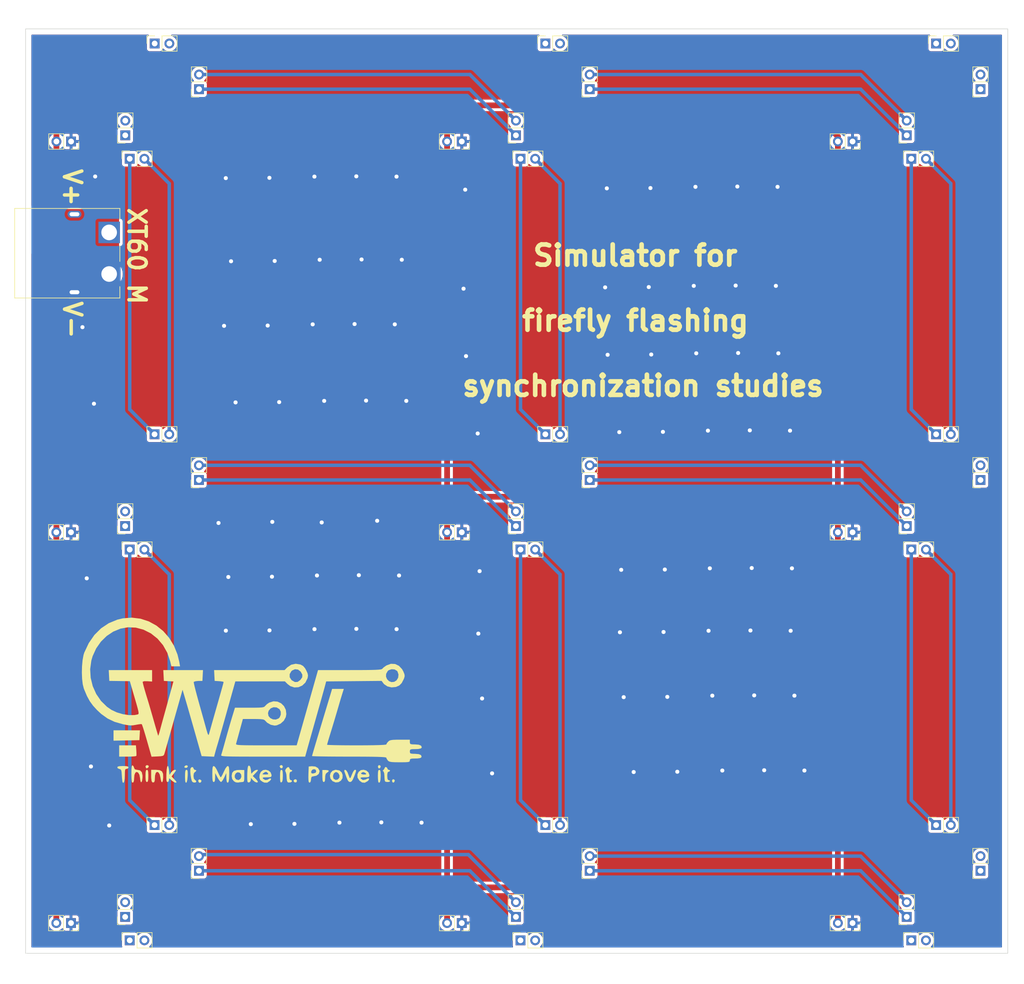
<source format=kicad_pcb>
(kicad_pcb (version 20241229) (generator "pcbnew") (generator_version "9.0")
  (layers (0 "F.Cu" signal) (2 "B.Cu" signal) (13 "F.Paste" user) (15 "B.Paste" user) (5 "F.SilkS" user "F.Silkscreen") (7 "B.SilkS" user "B.Silkscreen") (1 "F.Mask" user) (3 "B.Mask" user) (25 "Edge.Cuts" user))
  (net 0 "")
  (net 7 "Net-(J13-Pin_1)")
  (net 8 "Net-(J13-Pin_2)")
  (net 9 "Net-(J14-Pin_1)")
  (net 10 "Net-(J14-Pin_2)")
  (net 11 "Net-(J15-Pin_1)")
  (net 12 "Net-(J15-Pin_2)")
  (net 13 "Net-(J16-Pin_1)")
  (net 14 "Net-(J16-Pin_2)")
  (net 15 "Net-(J17-Pin_2)")
  (net 16 "Net-(J17-Pin_1)")
  (net 17 "Net-(J18-Pin_2)")
  (net 18 "Net-(J18-Pin_1)")
  (net 19 "Net-(J20-Pin_2)")
  (net 20 "Net-(J20-Pin_1)")
  (net 23 "Net-(J23-Pin_1)")
  (net 24 "Net-(J23-Pin_2)")
  (net 25 "Net-(J26-Pin_1)")
  (net 26 "Net-(J26-Pin_2)")
  (net 33 "Net-(J19-Pin_1)")
  (net 34 "Net-(J19-Pin_2)")
  (net 35 "Net-(J24-Pin_1)")
  (net 36 "Net-(J24-Pin_2)")
  (net 39 "Net-(J27-Pin_1)")
  (net 40 "Net-(J27-Pin_2)")
  (net 49 "GND")
  (net 50 "+5V")
  (footprint "Connector_PinSocket_2.54mm:PinSocket_1x02_P2.54mm_Vertical" (layer "F.Cu") (at 49.52 31.07 90)
    (property "Reference" "J30" (hide yes))
    (property "Value" "Conn_01x02_Socket")
    (pad "1" thru_hole rect (at 0 0 90) (size 1.7 1.7) (drill 1) (layers "*.Cu" "*.Mask"))
    (pad "2" thru_hole oval (at 0 2.54 90) (size 1.7 1.7) (drill 1) (layers "*.Cu" "*.Mask"))
  )
  (footprint "Connector_PinSocket_2.54mm:PinSocket_1x02_P2.54mm_Vertical" (layer "F.Cu") (at 192.46 174.26 180)
    (property "Reference" "J43" (hide yes))
    (property "Value" "Conn_01x02_Socket")
    (pad "1" thru_hole rect (at 0 0 180) (size 1.7 1.7) (drill 1) (layers "*.Cu" "*.Mask"))
    (pad "2" thru_hole oval (at 0 2.54 180) (size 1.7 1.7) (drill 1) (layers "*.Cu" "*.Mask"))
  )
  (footprint "LOGO" (layer "F.Cu") (at 66.006881 144.733324)
    (property "Reference" "G***" (hide yes))
    (property "Value" "LOGO" (hide yes))
  )
  (footprint "Connector_PinSocket_2.54mm:PinSocket_1x02_P2.54mm_Vertical" (layer "F.Cu") (at 57.18 106.62 180)
    (property "Reference" "J38" (hide yes))
    (property "Value" "Conn_01x02_Socket")
    (pad "1" thru_hole rect (at 0 0 180) (size 1.7 1.7) (drill 1) (layers "*.Cu" "*.Mask") (net 9 "Net-(J14-Pin_1)"))
    (pad "2" thru_hole oval (at 0 2.54 180) (size 1.7 1.7) (drill 1) (layers "*.Cu" "*.Mask") (net 10 "Net-(J14-Pin_2)"))
  )
  (footprint "Connector_PinSocket_2.54mm:PinSocket_1x02_P2.54mm_Vertical" (layer "F.Cu") (at 170.315 48.03 -90)
    (property "Reference" "J9" (hide yes))
    (property "Value" "Conn_01x02_Socket")
    (pad "1" thru_hole rect (at 0 0 270) (size 1.7 1.7) (drill 1) (layers "*.Cu" "*.Mask") (net 49 "GND"))
    (pad "2" thru_hole oval (at 0 2.54 270) (size 1.7 1.7) (drill 1) (layers "*.Cu" "*.Mask") (net 50 "+5V"))
  )
  (footprint "Connector_PinSocket_2.54mm:PinSocket_1x02_P2.54mm_Vertical" (layer "F.Cu") (at 179.69 182.24 180)
    (property "Reference" "J16" (hide yes))
    (property "Value" "Conn_01x02_Socket")
    (pad "1" thru_hole rect (at 0 0 180) (size 1.7 1.7) (drill 1) (layers "*.Cu" "*.Mask") (net 13 "Net-(J16-Pin_1)"))
    (pad "2" thru_hole oval (at 0 2.54 180) (size 1.7 1.7) (drill 1) (layers "*.Cu" "*.Mask") (net 14 "Net-(J16-Pin_2)"))
  )
  (footprint "Connector_PinSocket_2.54mm:PinSocket_1x02_P2.54mm_Vertical" (layer "F.Cu") (at 184.78 31.07 90)
    (property "Reference" "J36" (hide yes))
    (property "Value" "Conn_01x02_Socket")
    (pad "1" thru_hole rect (at 0 0 90) (size 1.7 1.7) (drill 1) (layers "*.Cu" "*.Mask"))
    (pad "2" thru_hole oval (at 0 2.54 90) (size 1.7 1.7) (drill 1) (layers "*.Cu" "*.Mask"))
  )
  (footprint "Connector_PinSocket_2.54mm:PinSocket_1x02_P2.54mm_Vertical" (layer "F.Cu") (at 49.5 98.71 90)
    (property "Reference" "J20" (hide yes))
    (property "Value" "Conn_01x02_Socket")
    (pad "1" thru_hole rect (at 0 0 90) (size 1.7 1.7) (drill 1) (layers "*.Cu" "*.Mask") (net 20 "Net-(J20-Pin_1)"))
    (pad "2" thru_hole oval (at 0 2.54 90) (size 1.7 1.7) (drill 1) (layers "*.Cu" "*.Mask") (net 19 "Net-(J20-Pin_2)"))
  )
  (footprint "Connector_PinSocket_2.54mm:PinSocket_1x02_P2.54mm_Vertical" (layer "F.Cu") (at 192.46 106.62 180)
    (property "Reference" "J44" (hide yes))
    (property "Value" "Conn_01x02_Socket")
    (pad "1" thru_hole rect (at 0 0 180) (size 1.7 1.7) (drill 1) (layers "*.Cu" "*.Mask"))
    (pad "2" thru_hole oval (at 0 2.54 180) (size 1.7 1.7) (drill 1) (layers "*.Cu" "*.Mask"))
  )
  (footprint "Connector_PinSocket_2.54mm:PinSocket_1x02_P2.54mm_Vertical" (layer "F.Cu") (at 184.78 166.35 90)
    (property "Reference" "J34" (hide yes))
    (property "Value" "Conn_01x02_Socket")
    (pad "1" thru_hole rect (at 0 0 90) (size 1.7 1.7) (drill 1) (layers "*.Cu" "*.Mask") (net 25 "Net-(J26-Pin_1)"))
    (pad "2" thru_hole oval (at 0 2.54 90) (size 1.7 1.7) (drill 1) (layers "*.Cu" "*.Mask") (net 26 "Net-(J26-Pin_2)"))
  )
  (footprint "Connector_PinSocket_2.54mm:PinSocket_1x02_P2.54mm_Vertical" (layer "F.Cu") (at 112.84 118.66 90)
    (property "Reference" "J23" (hide yes))
    (property "Value" "Conn_01x02_Socket")
    (pad "1" thru_hole rect (at 0 0 90) (size 1.7 1.7) (drill 1) (layers "*.Cu" "*.Mask") (net 23 "Net-(J23-Pin_1)"))
    (pad "2" thru_hole oval (at 0 2.54 90) (size 1.7 1.7) (drill 1) (layers "*.Cu" "*.Mask") (net 24 "Net-(J23-Pin_2)"))
  )
  (footprint "Connector_PinSocket_2.54mm:PinSocket_1x02_P2.54mm_Vertical" (layer "F.Cu") (at 184.78 98.71 90)
    (property "Reference" "J35" (hide yes))
    (property "Value" "Conn_01x02_Socket")
    (pad "1" thru_hole rect (at 0 0 90) (size 1.7 1.7) (drill 1) (layers "*.Cu" "*.Mask") (net 39 "Net-(J27-Pin_1)"))
    (pad "2" thru_hole oval (at 0 2.54 90) (size 1.7 1.7) (drill 1) (layers "*.Cu" "*.Mask") (net 40 "Net-(J27-Pin_2)"))
  )
  (footprint "Connector_PinSocket_2.54mm:PinSocket_1x02_P2.54mm_Vertical" (layer "F.Cu") (at 192.46 38.98 180)
    (property "Reference" "J45" (hide yes))
    (property "Value" "Conn_01x02_Socket")
    (pad "1" thru_hole rect (at 0 0 180) (size 1.7 1.7) (drill 1) (layers "*.Cu" "*.Mask"))
    (pad "2" thru_hole oval (at 0 2.54 180) (size 1.7 1.7) (drill 1) (layers "*.Cu" "*.Mask"))
  )
  (footprint "Connector_PinSocket_2.54mm:PinSocket_1x02_P2.54mm_Vertical" (layer "F.Cu") (at 180.48 118.66 90)
    (property "Reference" "J26" (hide yes))
    (property "Value" "Conn_01x02_Socket")
    (pad "1" thru_hole rect (at 0 0 90) (size 1.7 1.7) (drill 1) (layers "*.Cu" "*.Mask") (net 25 "Net-(J26-Pin_1)"))
    (pad "2" thru_hole oval (at 0 2.54 90) (size 1.7 1.7) (drill 1) (layers "*.Cu" "*.Mask") (net 26 "Net-(J26-Pin_2)"))
  )
  (footprint "Connector_PinSocket_2.54mm:PinSocket_1x02_P2.54mm_Vertical" (layer "F.Cu") (at 112.05 46.96 180)
    (property "Reference" "J15" (hide yes))
    (property "Value" "Conn_01x02_Socket")
    (pad "1" thru_hole rect (at 0 0 180) (size 1.7 1.7) (drill 1) (layers "*.Cu" "*.Mask") (net 11 "Net-(J15-Pin_1)"))
    (pad "2" thru_hole oval (at 0 2.54 180) (size 1.7 1.7) (drill 1) (layers "*.Cu" "*.Mask") (net 12 "Net-(J15-Pin_2)"))
  )
  (footprint "Connector_PinSocket_2.54mm:PinSocket_1x02_P2.54mm_Vertical" (layer "F.Cu") (at 44.41 114.6 180)
    (property "Reference" "J11" (hide yes))
    (property "Value" "Conn_01x02_Socket")
    (pad "1" thru_hole rect (at 0 0 180) (size 1.7 1.7) (drill 1) (layers "*.Cu" "*.Mask"))
    (pad "2" thru_hole oval (at 0 2.54 180) (size 1.7 1.7) (drill 1) (layers "*.Cu" "*.Mask"))
  )
  (footprint "Connector_PinSocket_2.54mm:PinSocket_1x02_P2.54mm_Vertical" (layer "F.Cu") (at 112.05 114.6 180)
    (property "Reference" "J14" (hide yes))
    (property "Value" "Conn_01x02_Socket")
    (pad "1" thru_hole rect (at 0 0 180) (size 1.7 1.7) (drill 1) (layers "*.Cu" "*.Mask") (net 9 "Net-(J14-Pin_1)"))
    (pad "2" thru_hole oval (at 0 2.54 180) (size 1.7 1.7) (drill 1) (layers "*.Cu" "*.Mask") (net 10 "Net-(J14-Pin_2)"))
  )
  (footprint "Connector_PinSocket_2.54mm:PinSocket_1x02_P2.54mm_Vertical" (layer "F.Cu") (at 35.055 48.03 -90)
    (property "Reference" "J3" (hide yes))
    (property "Value" "Conn_01x02_Socket")
    (pad "1" thru_hole rect (at 0 0 270) (size 1.7 1.7) (drill 1) (layers "*.Cu" "*.Mask") (net 49 "GND"))
    (pad "2" thru_hole oval (at 0 2.54 270) (size 1.7 1.7) (drill 1) (layers "*.Cu" "*.Mask") (net 50 "+5V"))
  )
  (footprint "Connector_PinSocket_2.54mm:PinSocket_1x02_P2.54mm_Vertical" (layer "F.Cu") (at 179.69 114.6 180)
    (property "Reference" "J17" (hide yes))
    (property "Value" "Conn_01x02_Socket")
    (pad "1" thru_hole rect (at 0 0 180) (size 1.7 1.7) (drill 1) (layers "*.Cu" "*.Mask") (net 16 "Net-(J17-Pin_1)"))
    (pad "2" thru_hole oval (at 0 2.54 180) (size 1.7 1.7) (drill 1) (layers "*.Cu" "*.Mask") (net 15 "Net-(J17-Pin_2)"))
  )
  (footprint "Connector_PinSocket_2.54mm:PinSocket_1x02_P2.54mm_Vertical" (layer "F.Cu") (at 44.43 46.96 180)
    (property "Reference" "J12" (hide yes))
    (property "Value" "Conn_01x02_Socket")
    (pad "1" thru_hole rect (at 0 0 180) (size 1.7 1.7) (drill 1) (layers "*.Cu" "*.Mask"))
    (pad "2" thru_hole oval (at 0 2.54 180) (size 1.7 1.7) (drill 1) (layers "*.Cu" "*.Mask"))
  )
  (footprint "Connector_PinSocket_2.54mm:PinSocket_1x02_P2.54mm_Vertical" (layer "F.Cu") (at 57.2 38.98 180)
    (property "Reference" "J39" (hide yes))
    (property "Value" "Conn_01x02_Socket")
    (pad "1" thru_hole rect (at 0 0 180) (size 1.7 1.7) (drill 1) (layers "*.Cu" "*.Mask") (net 11 "Net-(J15-Pin_1)"))
    (pad "2" thru_hole oval (at 0 2.54 180) (size 1.7 1.7) (drill 1) (layers "*.Cu" "*.Mask") (net 12 "Net-(J15-Pin_2)"))
  )
  (footprint "Connector_PinSocket_2.54mm:PinSocket_1x02_P2.54mm_Vertical" (layer "F.Cu") (at 112.84 186.3 90)
    (property "Reference" "J22" (hide yes))
    (property "Value" "Conn_01x02_Socket")
    (pad "1" thru_hole rect (at 0 0 90) (size 1.7 1.7) (drill 1) (layers "*.Cu" "*.Mask"))
    (pad "2" thru_hole oval (at 0 2.54 90) (size 1.7 1.7) (drill 1) (layers "*.Cu" "*.Mask"))
  )
  (footprint "Connector_PinSocket_2.54mm:PinSocket_1x02_P2.54mm_Vertical" (layer "F.Cu") (at 57.18 174.26 180)
    (property "Reference" "J37" (hide yes))
    (property "Value" "Conn_01x02_Socket")
    (pad "1" thru_hole rect (at 0 0 180) (size 1.7 1.7) (drill 1) (layers "*.Cu" "*.Mask") (net 7 "Net-(J13-Pin_1)"))
    (pad "2" thru_hole oval (at 0 2.54 180) (size 1.7 1.7) (drill 1) (layers "*.Cu" "*.Mask") (net 8 "Net-(J13-Pin_2)"))
  )
  (footprint "Connector_PinSocket_2.54mm:PinSocket_1x02_P2.54mm_Vertical" (layer "F.Cu") (at 102.675 48.03 -90)
    (property "Reference" "J6" (hide yes))
    (property "Value" "Conn_01x02_Socket")
    (pad "1" thru_hole rect (at 0 0 270) (size 1.7 1.7) (drill 1) (layers "*.Cu" "*.Mask") (net 49 "GND"))
    (pad "2" thru_hole oval (at 0 2.54 270) (size 1.7 1.7) (drill 1) (layers "*.Cu" "*.Mask") (net 50 "+5V"))
  )
  (footprint "Connector_PinSocket_2.54mm:PinSocket_1x02_P2.54mm_Vertical" (layer "F.Cu") (at 117.14 166.35 90)
    (property "Reference" "J31" (hide yes))
    (property "Value" "Conn_01x02_Socket")
    (pad "1" thru_hole rect (at 0 0 90) (size 1.7 1.7) (drill 1) (layers "*.Cu" "*.Mask") (net 23 "Net-(J23-Pin_1)"))
    (pad "2" thru_hole oval (at 0 2.54 90) (size 1.7 1.7) (drill 1) (layers "*.Cu" "*.Mask") (net 24 "Net-(J23-Pin_2)"))
  )
  (footprint "Connector_PinSocket_2.54mm:PinSocket_1x02_P2.54mm_Vertical" (layer "F.Cu") (at 180.48 186.3 90)
    (property "Reference" "J25" (hide yes))
    (property "Value" "Conn_01x02_Socket")
    (pad "1" thru_hole rect (at 0 0 90) (size 1.7 1.7) (drill 1) (layers "*.Cu" "*.Mask"))
    (pad "2" thru_hole oval (at 0 2.54 90) (size 1.7 1.7) (drill 1) (layers "*.Cu" "*.Mask"))
  )
  (footprint "Connector_PinSocket_2.54mm:PinSocket_1x02_P2.54mm_Vertical" (layer "F.Cu") (at 180.48 51.02 90)
    (property "Reference" "J27" (hide yes))
    (property "Value" "Conn_01x02_Socket")
    (pad "1" thru_hole rect (at 0 0 90) (size 1.7 1.7) (drill 1) (layers "*.Cu" "*.Mask") (net 39 "Net-(J27-Pin_1)"))
    (pad "2" thru_hole oval (at 0 2.54 90) (size 1.7 1.7) (drill 1) (layers "*.Cu" "*.Mask") (net 40 "Net-(J27-Pin_2)"))
  )
  (footprint "Connector_PinSocket_2.54mm:PinSocket_1x02_P2.54mm_Vertical" (layer "F.Cu") (at 117.14 98.71 90)
    (property "Reference" "J32" (hide yes))
    (property "Value" "Conn_01x02_Socket")
    (pad "1" thru_hole rect (at 0 0 90) (size 1.7 1.7) (drill 1) (layers "*.Cu" "*.Mask") (net 35 "Net-(J24-Pin_1)"))
    (pad "2" thru_hole oval (at 0 2.54 90) (size 1.7 1.7) (drill 1) (layers "*.Cu" "*.Mask") (net 36 "Net-(J24-Pin_2)"))
  )
  (footprint "Connector_PinSocket_2.54mm:PinSocket_1x02_P2.54mm_Vertical" (layer "F.Cu") (at 117.14 31.07 90)
    (property "Reference" "J33" (hide yes))
    (property "Value" "Conn_01x02_Socket")
    (pad "1" thru_hole rect (at 0 0 90) (size 1.7 1.7) (drill 1) (layers "*.Cu" "*.Mask"))
    (pad "2" thru_hole oval (at 0 2.54 90) (size 1.7 1.7) (drill 1) (layers "*.Cu" "*.Mask"))
  )
  (footprint "Connector_PinSocket_2.54mm:PinSocket_1x02_P2.54mm_Vertical" (layer "F.Cu") (at 45.2 118.66 90)
    (property "Reference" "J29" (hide yes))
    (property "Value" "Conn_01x02_Socket")
    (pad "1" thru_hole rect (at 0 0 90) (size 1.7 1.7) (drill 1) (layers "*.Cu" "*.Mask") (net 33 "Net-(J19-Pin_1)"))
    (pad "2" thru_hole oval (at 0 2.54 90) (size 1.7 1.7) (drill 1) (layers "*.Cu" "*.Mask") (net 34 "Net-(J19-Pin_2)"))
  )
  (footprint "Connector_PinSocket_2.54mm:PinSocket_1x02_P2.54mm_Vertical" (layer "F.Cu") (at 35.035 115.67 -90)
    (property "Reference" "J2" (hide yes))
    (property "Value" "Conn_01x02_Socket")
    (pad "1" thru_hole rect (at 0 0 270) (size 1.7 1.7) (drill 1) (layers "*.Cu" "*.Mask") (net 49 "GND"))
    (pad "2" thru_hole oval (at 0 2.54 270) (size 1.7 1.7) (drill 1) (layers "*.Cu" "*.Mask") (net 50 "+5V"))
  )
  (footprint "Connector_PinSocket_2.54mm:PinSocket_1x02_P2.54mm_Vertical" (layer "F.Cu") (at 124.82 38.98 180)
    (property "Reference" "J42" (hide yes))
    (property "Value" "Conn_01x02_Socket")
    (pad "1" thru_hole rect (at 0 0 180) (size 1.7 1.7) (drill 1) (layers "*.Cu" "*.Mask") (net 18 "Net-(J18-Pin_1)"))
    (pad "2" thru_hole oval (at 0 2.54 180) (size 1.7 1.7) (drill 1) (layers "*.Cu" "*.Mask") (net 17 "Net-(J18-Pin_2)"))
  )
  (footprint "Connector_PinSocket_2.54mm:PinSocket_1x02_P2.54mm_Vertical" (layer "F.Cu") (at 102.675 115.67 -90)
    (property "Reference" "J5" (hide yes))
    (property "Value" "Conn_01x02_Socket")
    (pad "1" thru_hole rect (at 0 0 270) (size 1.7 1.7) (drill 1) (layers "*.Cu" "*.Mask") (net 49 "GND"))
    (pad "2" thru_hole oval (at 0 2.54 270) (size 1.7 1.7) (drill 1) (layers "*.Cu" "*.Mask") (net 50 "+5V"))
  )
  (footprint "Connector_PinSocket_2.54mm:PinSocket_1x02_P2.54mm_Vertical" (layer "F.Cu") (at 102.675 183.31 -90)
    (property "Reference" "J4" (hide yes))
    (property "Value" "Conn_01x02_Socket")
    (pad "1" thru_hole rect (at 0 0 270) (size 1.7 1.7) (drill 1) (layers "*.Cu" "*.Mask") (net 49 "GND"))
    (pad "2" thru_hole oval (at 0 2.54 270) (size 1.7 1.7) (drill 1) (layers "*.Cu" "*.Mask") (net 50 "+5V"))
  )
  (footprint "Connector_PinSocket_2.54mm:PinSocket_1x02_P2.54mm_Vertical" (layer "F.Cu") (at 124.82 174.26 180)
    (property "Reference" "J40" (hide yes))
    (property "Value" "Conn_01x02_Socket")
    (pad "1" thru_hole rect (at 0 0 180) (size 1.7 1.7) (drill 1) (layers "*.Cu" "*.Mask") (net 13 "Net-(J16-Pin_1)"))
    (pad "2" thru_hole oval (at 0 2.54 180) (size 1.7 1.7) (drill 1) (layers "*.Cu" "*.Mask") (net 14 "Net-(J16-Pin_2)"))
  )
  (footprint "Connector_PinSocket_2.54mm:PinSocket_1x02_P2.54mm_Vertical" (layer "F.Cu") (at 45.2 186.3 90)
    (property "Reference" "J28" (hide yes))
    (property "Value" "Conn_01x02_Socket")
    (pad "1" thru_hole rect (at 0 0 90) (size 1.7 1.7) (drill 1) (layers "*.Cu" "*.Mask"))
    (pad "2" thru_hole oval (at 0 2.54 90) (size 1.7 1.7) (drill 1) (layers "*.Cu" "*.Mask"))
  )
  (footprint "Connector_PinSocket_2.54mm:PinSocket_1x02_P2.54mm_Vertical" (layer "F.Cu") (at 112.84 51.02 90)
    (property "Reference" "J24" (hide yes))
    (property "Value" "Conn_01x02_Socket")
    (pad "1" thru_hole rect (at 0 0 90) (size 1.7 1.7) (drill 1) (layers "*.Cu" "*.Mask") (net 35 "Net-(J24-Pin_1)"))
    (pad "2" thru_hole oval (at 0 2.54 90) (size 1.7 1.7) (drill 1) (layers "*.Cu" "*.Mask") (net 36 "Net-(J24-Pin_2)"))
  )
  (footprint "Connector_PinSocket_2.54mm:PinSocket_1x02_P2.54mm_Vertical" (layer "F.Cu") (at 35.035 183.31 -90)
    (property "Reference" "J1" (hide yes))
    (property "Value" "Conn_01x02_Socket")
    (pad "1" thru_hole rect (at 0 0 270) (size 1.7 1.7) (drill 1) (layers "*.Cu" "*.Mask") (net 49 "GND"))
    (pad "2" thru_hole oval (at 0 2.54 270) (size 1.7 1.7) (drill 1) (layers "*.Cu" "*.Mask") (net 50 "+5V"))
  )
  (footprint "Connector_PinSocket_2.54mm:PinSocket_1x02_P2.54mm_Vertical" (layer "F.Cu") (at 170.315 183.31 -90)
    (property "Reference" "J7" (hide yes))
    (property "Value" "Conn_01x02_Socket")
    (pad "1" thru_hole rect (at 0 0 270) (size 1.7 1.7) (drill 1) (layers "*.Cu" "*.Mask") (net 49 "GND"))
    (pad "2" thru_hole oval (at 0 2.54 270) (size 1.7 1.7) (drill 1) (layers "*.Cu" "*.Mask") (net 50 "+5V"))
  )
  (footprint "Connector_PinSocket_2.54mm:PinSocket_1x02_P2.54mm_Vertical" (layer "F.Cu") (at 45.2 51.02 90)
    (property "Reference" "J21" (hide yes))
    (property "Value" "Conn_01x02_Socket")
    (pad "1" thru_hole rect (at 0 0 90) (size 1.7 1.7) (drill 1) (layers "*.Cu" "*.Mask") (net 20 "Net-(J20-Pin_1)"))
    (pad "2" thru_hole oval (at 0 2.54 90) (size 1.7 1.7) (drill 1) (layers "*.Cu" "*.Mask") (net 19 "Net-(J20-Pin_2)"))
  )
  (footprint "Connector_PinSocket_2.54mm:PinSocket_1x02_P2.54mm_Vertical" (layer "F.Cu") (at 112.05 182.24 180)
    (property "Reference" "J13" (hide yes))
    (property "Value" "Conn_01x02_Socket")
    (pad "1" thru_hole rect (at 0 0 180) (size 1.7 1.7) (drill 1) (layers "*.Cu" "*.Mask") (net 7 "Net-(J13-Pin_1)"))
    (pad "2" thru_hole oval (at 0 2.54 180) (size 1.7 1.7) (drill 1) (layers "*.Cu" "*.Mask") (net 8 "Net-(J13-Pin_2)"))
  )
  (footprint "Connector_PinSocket_2.54mm:PinSocket_1x02_P2.54mm_Vertical" (layer "F.Cu") (at 170.315 115.67 -90)
    (property "Reference" "J8" (hide yes))
    (property "Value" "Conn_01x02_Socket")
    (pad "1" thru_hole rect (at 0 0 270) (size 1.7 1.7) (drill 1) (layers "*.Cu" "*.Mask") (net 49 "GND"))
    (pad "2" thru_hole oval (at 0 2.54 270) (size 1.7 1.7) (drill 1) (layers "*.Cu" "*.Mask") (net 50 "+5V"))
  )
  (footprint "Connector_PinSocket_2.54mm:PinSocket_1x02_P2.54mm_Vertical" (layer "F.Cu") (at 49.5 166.35 90)
    (property "Reference" "J19" (hide yes))
    (property "Value" "Conn_01x02_Socket")
    (pad "1" thru_hole rect (at 0 0 90) (size 1.7 1.7) (drill 1) (layers "*.Cu" "*.Mask") (net 33 "Net-(J19-Pin_1)"))
    (pad "2" thru_hole oval (at 0 2.54 90) (size 1.7 1.7) (drill 1) (layers "*.Cu" "*.Mask") (net 34 "Net-(J19-Pin_2)"))
  )
  (footprint "Connector_PinSocket_2.54mm:PinSocket_1x02_P2.54mm_Vertical" (layer "F.Cu") (at 44.41 182.24 180)
    (property "Reference" "J10" (hide yes))
    (property "Value" "Conn_01x02_Socket")
    (pad "1" thru_hole rect (at 0 0 180) (size 1.7 1.7) (drill 1) (layers "*.Cu" "*.Mask"))
    (pad "2" thru_hole oval (at 0 2.54 180) (size 1.7 1.7) (drill 1) (layers "*.Cu" "*.Mask"))
  )
  (footprint "XT60PW-M:AMASS_XT60PW-M" (layer "F.Cu") (at 35.64 67.37 90)
    (property "Reference" "J46" (hide yes))
    (property "Value" "XT60PW-M")
    (pad "1" thru_hole rect (at 3.6 6 90) (size 3.716 3.716) (drill 2.7) (layers "*.Cu" "*.Mask") (net 50 "+5V"))
    (pad "2" thru_hole circle (at -3.6 6 90) (size 3.716 3.716) (drill 2.7) (layers "*.Cu" "*.Mask") (net 49 "GND"))
    (pad "S1" thru_hole oval (at 6.75 0 90) (size 1.2 2.4) (drill oval 0.7 1.7) (layers "*.Cu" "*.Mask"))
    (pad "S2" thru_hole oval (at -6.75 0 90) (size 1.2 2.4) (drill oval 0.7 1.7) (layers "*.Cu" "*.Mask"))
  )
  (footprint "Connector_PinSocket_2.54mm:PinSocket_1x02_P2.54mm_Vertical" (layer "F.Cu") (at 179.69 46.96 180)
    (property "Reference" "J18" (hide yes))
    (property "Value" "Conn_01x02_Socket")
    (pad "1" thru_hole rect (at 0 0 180) (size 1.7 1.7) (drill 1) (layers "*.Cu" "*.Mask") (net 18 "Net-(J18-Pin_1)"))
    (pad "2" thru_hole oval (at 0 2.54 180) (size 1.7 1.7) (drill 1) (layers "*.Cu" "*.Mask") (net 17 "Net-(J18-Pin_2)"))
  )
  (footprint "Connector_PinSocket_2.54mm:PinSocket_1x02_P2.54mm_Vertical" (layer "F.Cu") (at 124.82 106.62 180)
    (property "Reference" "J41" (hide yes))
    (property "Value" "Conn_01x02_Socket")
    (pad "1" thru_hole rect (at 0 0 180) (size 1.7 1.7) (drill 1) (layers "*.Cu" "*.Mask") (net 16 "Net-(J17-Pin_1)"))
    (pad "2" thru_hole oval (at 0 2.54 180) (size 1.7 1.7) (drill 1) (layers "*.Cu" "*.Mask") (net 15 "Net-(J17-Pin_2)"))
  )
  (gr_rect (start 28.3 59.83) (end 43.25 66.78) (stroke (width 0.2)) (fill yes) (layers "F.Cu" "F.Mask") (net 50))
  (gr_rect (start 28.35 67.77) (end 43.52 75.04) (stroke (width 0.2)) (fill yes) (layers "B.Cu" "B.Mask") (net 49))
  (gr_rect (start 27.18 28.54) (end 197.18 188.54) (stroke (width 0.1)) (fill no) (layer "Edge.Cuts"))
  (gr_text "XT60 M" (at 44.66 59.18 270) (layer "F.SilkS") (effects (font (size 3 3) (thickness 0.6) (bold yes)) (justify left bottom)))
  (gr_text "V+" (at 33.51 52.46 270) (layer "F.SilkS") (effects (font (size 3 3) (thickness 0.6) (bold yes)) (justify left bottom)))
  (gr_text "Simulator for \n\nfirefly flashing \n\nsynchronization studies" (at 134.05 79.04 0) (layer "F.SilkS") (effects (font (size 3.5 3.5) (thickness 0.8) (bold yes))))
  (gr_text "V-" (at 33.53 75.37 270) (layer "F.SilkS") (effects (font (size 3 3) (thickness 0.6) (bold yes)) (justify left bottom)))
  (segment (start 104.07 174.26) (end 57.18 174.26) (width 0.6) (layer "B.Cu") (net 7))
  (segment (start 112.05 182.24) (end 104.07 174.26) (width 0.6) (layer "B.Cu") (net 7))
  (segment (start 56.92 171.46) (end 57.18 171.72) (width 0.6) (layer "B.Cu") (net 8))
  (segment (start 112.05 179.7) (end 103.81 171.46) (width 0.6) (layer "B.Cu") (net 8))
  (segment (start 103.81 171.46) (end 56.92 171.46) (width 0.6) (layer "B.Cu") (net 8))
  (segment (start 104.07 106.62) (end 57.18 106.62) (width 0.6) (layer "B.Cu") (net 9))
  (segment (start 112.05 114.6) (end 104.07 106.62) (width 0.6) (layer "B.Cu") (net 9))
  (segment (start 104.07 104.08) (end 57.18 104.08) (width 0.6) (layer "B.Cu") (net 10))
  (segment (start 112.05 112.06) (end 104.07 104.08) (width 0.6) (layer "B.Cu") (net 10))
  (segment (start 57.2 38.98) (end 104.07 38.98) (width 0.6) (layer "B.Cu") (net 11))
  (segment (start 104.07 38.98) (end 112.05 46.96) (width 0.6) (layer "B.Cu") (net 11))
  (segment (start 112.05 44.42) (end 104.07 36.44) (width 0.6) (layer "B.Cu") (net 12))
  (segment (start 104.07 36.44) (end 57.2 36.44) (width 0.6) (layer "B.Cu") (net 12))
  (segment (start 171.71 174.26) (end 124.82 174.26) (width 0.6) (layer "B.Cu") (net 13))
  (segment (start 179.69 182.24) (end 171.71 174.26) (width 0.6) (layer "B.Cu") (net 13))
  (segment (start 179.69 179.7) (end 171.71 171.72) (width 0.6) (layer "B.Cu") (net 14))
  (segment (start 171.71 171.72) (end 124.82 171.72) (width 0.6) (layer "B.Cu") (net 14))
  (segment (start 179.69 112.06) (end 171.71 104.08) (width 0.6) (layer "B.Cu") (net 15))
  (segment (start 171.71 104.08) (end 124.82 104.08) (width 0.6) (layer "B.Cu") (net 15))
  (segment (start 171.71 106.62) (end 124.82 106.62) (width 0.6) (layer "B.Cu") (net 16))
  (segment (start 179.69 114.6) (end 171.71 106.62) (width 0.6) (layer "B.Cu") (net 16))
  (segment (start 179.69 44.42) (end 171.71 36.44) (width 0.6) (layer "B.Cu") (net 17))
  (segment (start 171.71 36.44) (end 124.82 36.44) (width 0.6) (layer "B.Cu") (net 17))
  (segment (start 179.69 46.96) (end 171.71 38.98) (width 0.6) (layer "B.Cu") (net 18))
  (segment (start 171.71 38.98) (end 124.82 38.98) (width 0.6) (layer "B.Cu") (net 18))
  (segment (start 52.04 55.32) (end 52.04 98.71) (width 0.6) (layer "B.Cu") (net 19))
  (segment (start 47.74 51.02) (end 52.04 55.32) (width 0.6) (layer "B.Cu") (net 19))
  (segment (start 45.2 51.02) (end 45.2 94.41) (width 0.6) (layer "B.Cu") (net 20))
  (segment (start 45.2 94.41) (end 49.5 98.71) (width 0.6) (layer "B.Cu") (net 20))
  (segment (start 112.84 162.05) (end 117.14 166.35) (width 0.6) (layer "B.Cu") (net 23))
  (segment (start 112.84 118.66) (end 112.84 162.05) (width 0.6) (layer "B.Cu") (net 23))
  (segment (start 115.38 118.66) (end 119.68 122.96) (width 0.6) (layer "B.Cu") (net 24))
  (segment (start 119.68 122.96) (end 119.68 166.35) (width 0.6) (layer "B.Cu") (net 24))
  (segment (start 180.48 162.05) (end 184.78 166.35) (width 0.6) (layer "B.Cu") (net 25))
  (segment (start 180.48 118.66) (end 180.48 162.05) (width 0.6) (layer "B.Cu") (net 25))
  (segment (start 187.32 122.96) (end 187.32 166.35) (width 0.6) (layer "B.Cu") (net 26))
  (segment (start 183.02 118.66) (end 187.32 122.96) (width 0.6) (layer "B.Cu") (net 26))
  (segment (start 45.2 162.05) (end 49.5 166.35) (width 0.6) (layer "B.Cu") (net 33))
  (segment (start 45.2 118.66) (end 45.2 162.05) (width 0.6) (layer "B.Cu") (net 33))
  (segment (start 47.74 118.66) (end 52.04 122.96) (width 0.6) (layer "B.Cu") (net 34))
  (segment (start 52.04 122.96) (end 52.04 166.35) (width 0.6) (layer "B.Cu") (net 34))
  (segment (start 112.84 51.02) (end 112.84 94.41) (width 0.6) (layer "B.Cu") (net 35))
  (segment (start 112.84 94.41) (end 117.14 98.71) (width 0.6) (layer "B.Cu") (net 35))
  (segment (start 119.68 55.32) (end 119.68 98.71) (width 0.6) (layer "B.Cu") (net 36))
  (segment (start 115.38 51.02) (end 119.68 55.32) (width 0.6) (layer "B.Cu") (net 36))
  (segment (start 180.48 51.02) (end 180.48 94.41) (width 0.6) (layer "B.Cu") (net 39))
  (segment (start 180.48 94.41) (end 184.78 98.71) (width 0.6) (layer "B.Cu") (net 39))
  (segment (start 187.32 55.32) (end 187.32 98.71) (width 0.6) (layer "B.Cu") (net 40))
  (segment (start 183.02 51.02) (end 187.32 55.32) (width 0.6) (layer "B.Cu") (net 40))
  (segment (start 35.055 115.65) (end 35.035 115.67) (width 1) (layer "F.Cu") (net 49))
  (via (at 91.39 132.44) (size 1.2) (drill 0.7) (layers "F.Cu" "B.Cu") (net 49))
  (via (at 62.74 68.76) (size 1.2) (drill 0.7) (layers "F.Cu" "B.Cu") (net 49))
  (via (at 127.92 84.95) (size 1.2) (drill 0.7) (layers "F.Cu" "B.Cu") (net 49))
  (via (at 61.84 132.7) (size 1.2) (drill 0.7) (layers "F.Cu" "B.Cu") (net 49))
  (via (at 107.92 157.4) (size 1.2) (drill 0.7) (layers "F.Cu" "B.Cu") (net 49))
  (via (at 105.43 98.57) (size 1.2) (drill 0.7) (layers "F.Cu" "B.Cu") (net 49))
  (via (at 39.22 54.09) (size 1.2) (drill 0.7) (layers "F.Cu" "B.Cu") (net 49))
  (via (at 69.82 123.36) (size 1.2) (drill 0.7) (layers "F.Cu" "B.Cu") (net 49))
  (via (at 145.28 98.08) (size 1.2) (drill 0.7) (layers "F.Cu" "B.Cu") (net 49))
  (via (at 39.01 93.42) (size 1.2) (drill 0.7) (layers "F.Cu" "B.Cu") (net 49))
  (via (at 105.54 133.21) (size 1.2) (drill 0.7) (layers "F.Cu" "B.Cu") (net 49))
  (via (at 37.02 80.17) (size 1.2) (drill 0.7) (layers "F.Cu" "B.Cu") (net 49))
  (via (at 150.37 55.83) (size 1.2) (drill 0.7) (layers "F.Cu" "B.Cu") (net 49))
  (via (at 155.02 156.86) (size 1.2) (drill 0.7) (layers "F.Cu" "B.Cu") (net 49))
  (via (at 150.51 84.64) (size 1.2) (drill 0.7) (layers "F.Cu" "B.Cu") (net 49))
  (via (at 76.87 79.68) (size 1.2) (drill 0.7) (layers "F.Cu" "B.Cu") (net 49))
  (via (at 146.04 143.95) (size 1.2) (drill 0.7) (layers "F.Cu" "B.Cu") (net 49))
  (via (at 152.64 132.67) (size 1.2) (drill 0.7) (layers "F.Cu" "B.Cu") (net 49))
  (via (at 73.71 166.14) (size 1.2) (drill 0.7) (layers "F.Cu" "B.Cu") (net 49))
  (via (at 135.04 73.23) (size 1.2) (drill 0.7) (layers "F.Cu" "B.Cu") (net 49))
  (via (at 127.78 56.14) (size 1.2) (drill 0.7) (layers "F.Cu" "B.Cu") (net 49))
  (via (at 91.08 79.68) (size 1.2) (drill 0.7) (layers "F.Cu" "B.Cu") (net 49))
  (via (at 63.52 93.19) (size 1.2) (drill 0.7) (layers "F.Cu" "B.Cu") (net 49))
  (via (at 152.86 121.86) (size 1.2) (drill 0.7) (layers "F.Cu" "B.Cu") (net 49))
  (via (at 69.08 79.89) (size 1.2) (drill 0.7) (layers "F.Cu" "B.Cu") (net 49))
  (via (at 95.71 165.93) (size 1.2) (drill 0.7) (layers "F.Cu" "B.Cu") (net 49))
  (via (at 81.5 165.93) (size 1.2) (drill 0.7) (layers "F.Cu" "B.Cu") (net 49))
  (via (at 37.76 123.64) (size 1.2) (drill 0.7) (layers "F.Cu" "B.Cu") (net 49))
  (via (at 145.39 132.72) (size 1.2) (drill 0.7) (layers "F.Cu" "B.Cu") (net 49))
  (via (at 60.57 114.06) (size 1.2) (drill 0.7) (layers "F.Cu" "B.Cu") (net 49))
  (via (at 143.26 84.69) (size 1.2) (drill 0.7) (layers "F.Cu" "B.Cu") (net 49))
  (via (at 93.07 92.93) (size 1.2) (drill 0.7) (layers "F.Cu" "B.Cu") (net 49))
  (via (at 77.18 132.44) (size 1.2) (drill 0.7) (layers "F.Cu" "B.Cu") (net 49))
  (via (at 88.75 165.88) (size 1.2) (drill 0.7) (layers "F.Cu" "B.Cu") (net 49))
  (via (at 135.47 84.9) (size 1.2) (drill 0.7) (layers "F.Cu" "B.Cu") (net 49))
  (via (at 84.42 54.06) (size 1.2) (drill 0.7) (layers "F.Cu" "B.Cu") (net 49))
  (via (at 137.6 132.93) (size 1.2) (drill 0.7) (layers "F.Cu" "B.Cu") (net 49))
  (via (at 160.25 143.95) (size 1.2) (drill 0.7) (layers "F.Cu" "B.Cu") (net 49))
  (via (at 41.65 166.42) (size 1.2) (drill 0.7) (layers "F.Cu" "B.Cu") (net 49))
  (via (at 106.19 144.44) (size 1.2) (drill 0.7) (layers "F.Cu" "B.Cu") (net 49))
  (via (at 137.82 122.12) (size 1.2) (drill 0.7) (layers "F.Cu" "B.Cu") (net 49))
  (via (at 153.29 143.9) (size 1.2) (drill 0.7) (layers "F.Cu" "B.Cu") (net 49))
  (via (at 142.83 73.02) (size 1.2) (drill 0.7) (layers "F.Cu" "B.Cu") (net 49))
  (via (at 157.04 73.02) (size 1.2) (drill 0.7) (layers "F.Cu" "B.Cu") (net 49))
  (via (at 61.53 79.94) (size 1.2) (drill 0.7) (layers "F.Cu" "B.Cu") (net 49))
  (via (at 139.98 157.12) (size 1.2) (drill 0.7) (layers "F.Cu" "B.Cu") (net 49))
  (via (at 69.38 54.32) (size 1.2) (drill 0.7) (layers "F.Cu" "B.Cu") (net 49))
  (via (at 86.11 92.88) (size 1.2) (drill 0.7) (layers "F.Cu" "B.Cu") (net 49))
  (via (at 159.6 132.72) (size 1.2) (drill 0.7) (layers "F.Cu" "B.Cu") (net 49))
  (via (at 84.43 132.39) (size 1.2) (drill 0.7) (layers "F.Cu" "B.Cu") (net 49))
  (via (at 102.98 73.51) (size 1.2) (drill 0.7) (layers "F.Cu" "B.Cu") (net 49))
  (via (at 85.33 68.45) (size 1.2) (drill 0.7) (layers "F.Cu" "B.Cu") (net 49))
  (via (at 145.61 121.91) (size 1.2) (drill 0.7) (layers "F.Cu" "B.Cu") (net 49))
  (via (at 77.17 54.11) (size 1.2) (drill 0.7) (layers "F.Cu" "B.Cu") (net 49))
  (via (at 143.12 55.88) (size 1.2) (drill 0.7) (layers "F.Cu" "B.Cu") (net 49))
  (via (at 103.41 85.18) (size 1.2) (drill 0.7) (layers "F.Cu" "B.Cu") (net 49))
  (via (at 159.49 98.08) (size 1.2) (drill 0.7) (layers "F.Cu" "B.Cu") (net 49))
  (via (at 91.38 54.11) (size 1.2) (drill 0.7) (layers "F.Cu" "B.Cu") (net 49))
  (via (at 137.49 98.29) (size 1.2) (drill 0.7) (layers "F.Cu" "B.Cu") (net 49))
  (via (at 78.08 68.5) (size 1.2) (drill 0.7) (layers "F.Cu" "B.Cu") (net 49))
  (via (at 92.29 68.5) (size 1.2) (drill 0.7) (layers "F.Cu" "B.Cu") (net 49))
  (via (at 150.08 72.97) (size 1.2) (drill 0.7) (layers "F.Cu" "B.Cu") (net 49))
  (via (at 88.03 113.68) (size 1.2) (drill 0.7) (layers "F.Cu" "B.Cu") (net 49))
  (via (at 78.86 92.93) (size 1.2) (drill 0.7) (layers "F.Cu" "B.Cu") (net 49))
  (via (at 91.82 123.15) (size 1.2) (drill 0.7) (layers "F.Cu" "B.Cu") (net 49))
  (via (at 84.12 79.63) (size 1.2) (drill 0.7) (layers "F.Cu" "B.Cu") (net 49))
  (via (at 161.98 156.91) (size 1.2) (drill 0.7) (layers "F.Cu" "B.Cu") (net 49))
  (via (at 138.25 144.16) (size 1.2) (drill 0.7) (layers "F.Cu" "B.Cu") (net 49))
  (via (at 70.29 68.71) (size 1.2) (drill 0.7) (layers "F.Cu" "B.Cu") (net 49))
  (via (at 130.05 132.98) (size 1.2) (drill 0.7) (layers "F.Cu" "B.Cu") (net 49))
  (via (at 61.83 54.37) (size 1.2) (drill 0.7) (layers "F.Cu" "B.Cu") (net 49))
  (via (at 66.16 166.19) (size 1.2) (drill 0.7) (layers "F.Cu" "B.Cu") (net 49))
  (via (at 159.82 121.91) (size 1.2) (drill 0.7) (layers "F.Cu" "B.Cu") (net 49))
  (via (at 130.7 144.21) (size 1.2) (drill 0.7) (layers "F.Cu" "B.Cu") (net 49))
  (via (at 78.43 113.97) (size 1.2) (drill 0.7) (layers "F.Cu" "B.Cu") (net 49))
  (via (at 62.27 123.41) (size 1.2) (drill 0.7) (layers "F.Cu" "B.Cu") (net 49))
  (via (at 152.53 98.03) (size 1.2) (drill 0.7) (layers "F.Cu" "B.Cu") (net 49))
  (via (at 77.61 123.15) (size 1.2) (drill 0.7) (layers "F.Cu" "B.Cu") (net 49))
  (via (at 105.76 122.4) (size 1.2) (drill 0.7) (layers "F.Cu" "B.Cu") (net 49))
  (via (at 127.49 73.28) (size 1.2) (drill 0.7) (layers "F.Cu" "B.Cu") (net 49))
  (via (at 129.94 98.34) (size 1.2) (drill 0.7) (layers "F.Cu" "B.Cu") (net 49))
  (via (at 38.49 156.21) (size 1.2) (drill 0.7) (layers "F.Cu" "B.Cu") (net 49))
  (via (at 157.47 84.69) (size 1.2) (drill 0.7) (layers "F.Cu" "B.Cu") (net 49))
  (via (at 130.27 122.17) (size 1.2) (drill 0.7) (layers "F.Cu" "B.Cu") (net 49))
  (via (at 147.77 156.91) (size 1.2) (drill 0.7) (layers "F.Cu" "B.Cu") (net 49))
  (via (at 103.27 56.37) (size 1.2) (drill 0.7) (layers "F.Cu" "B.Cu") (net 49))
  (via (at 71.07 93.14) (size 1.2) (drill 0.7) (layers "F.Cu" "B.Cu") (net 49))
  (via (at 135.33 56.09) (size 1.2) (drill 0.7) (layers "F.Cu" "B.Cu") (net 49))
  (via (at 69.39 132.65) (size 1.2) (drill 0.7) (layers "F.Cu" "B.Cu") (net 49))
  (via (at 132.43 157.17) (size 1.2) (drill 0.7) (layers "F.Cu" "B.Cu") (net 49))
  (via (at 84.86 123.1) (size 1.2) (drill 0.7) (layers "F.Cu" "B.Cu") (net 49))
  (via (at 157.33 55.88) (size 1.2) (drill 0.7) (layers "F.Cu" "B.Cu") (net 49))
  (via (at 69.88 113.87) (size 1.2) (drill 0.7) (layers "F.Cu" "B.Cu") (net 49))
  (segment (start 166.4185 109.52) (end 167.7575 108.181) (width 1) (layer "F.Cu") (net 50))
  (segment (start 34.1225 109.506) (end 32.4975 107.881) (width 1) (layer "F.Cu") (net 50))
  (segment (start 100.135 44.22) (end 100.135 45.275) (width 1) (layer "F.Cu") (net 50))
  (segment (start 98.7685 109.52) (end 167.7365 109.52) (width 1) (layer "F.Cu") (net 50))
  (segment (start 32.515 46.575) (end 37.31 41.78) (width 1) (layer "F.Cu") (net 50))
  (segment (start 167.775 47.162) (end 162.393 41.78) (width 1) (layer "F.Cu") (net 50))
  (segment (start 100.135 45.275) (end 100.135 48.03) (width 1) (layer "F.Cu") (net 50))
  (segment (start 100.11 176.105) (end 99.075 177.14) (width 1) (layer "F.Cu") (net 50))
  (segment (start 32.515 115.65) (end 32.495 115.67) (width 1) (layer "F.Cu") (net 50))
  (segment (start 100.114 43.105) (end 101.439 41.78) (width 1) (layer "F.Cu") (net 50))
  (segment (start 167.75 178.461) (end 166.429 177.14) (width 1) (layer "F.Cu") (net 50))
  (segment (start 167.775 177.125) (end 167.75 177.15) (width 1) (layer "F.Cu") (net 50))
  (segment (start 99.9695 110.721) (end 98.7685 109.52) (width 1) (layer "F.Cu") (net 50))
  (segment (start 32.4975 109.52) (end 34.1225 109.52) (width 1) (layer "F.Cu") (net 50))
  (segment (start 100.11 178.175) (end 99.075 177.14) (width 1) (layer "F.Cu") (net 50))
  (segment (start 100.11 178.175) (end 101.145 177.14) (width 1) (layer "F.Cu") (net 50))
  (segment (start 100.11 177.14) (end 167.74 177.14) (width 1) (layer "F.Cu") (net 50))
  (segment (start 167.74 177.14) (end 167.75 177.15) (width 1) (layer "F.Cu") (net 50))
  (segment (start 167.775 48.03) (end 167.775 109.07) (width 1) (layer "F.Cu") (net 50))
  (segment (start 100.11 176.105) (end 101.145 177.14) (width 1) (layer "F.Cu") (net 50))
  (segment (start 34.1225 109.52) (end 98.6125 109.52) (width 1) (layer "F.Cu") (net 50))
  (segment (start 100.135 109.06) (end 100.135 115.67) (width 1) (layer "F.Cu") (net 50))
  (segment (start 33.625 177.14) (end 32.495 176.01) (width 1) (layer "F.Cu") (net 50))
  (segment (start 32.515 48.03) (end 32.515 108.77) (width 1) (layer "F.Cu") (net 50))
  (segment (start 167.775 48.03) (end 167.775 47.162) (width 1) (layer "F.Cu") (net 50))
  (segment (start 32.495 178.25) (end 32.495 183.31) (width 1) (layer "F.Cu") (net 50))
  (segment (start 101.439 41.78) (end 162.393 41.78) (width 1) (layer "F.Cu") (net 50))
  (segment (start 32.52 178.25) (end 33.63 177.14) (width 1) (layer "F.Cu") (net 50))
  (segment (start 32.495 178.25) (end 32.52 178.25) (width 1) (layer "F.Cu") (net 50))
  (segment (start 32.515 108.77) (end 32.515 115.65) (width 1) (layer "F.Cu") (net 50))
  (segment (start 167.775 115.67) (end 167.775 177.125) (width 1) (layer "F.Cu") (net 50))
  (segment (start 101.3185 109.52) (end 100.1175 110.721) (width 1) (layer "F.Cu") (net 50))
  (segment (start 167.775 177.125) (end 167.775 183.31) (width 1) (layer "F.Cu") (net 50))
  (segment (start 32.495 176.01) (end 32.495 178.25) (width 1) (layer "F.Cu") (net 50))
  (segment (start 100.135 115.67) (end 100.135 175.48) (width 1) (layer "F.Cu") (net 50))
  (segment (start 101.3525 109.406) (end 100.1175 108.171) (width 1) (layer "F.Cu") (net 50))
  (segment (start 167.754 110.409) (end 167.775 110.43) (width 1) (layer "F.Cu") (net 50))
  (segment (start 100.135 183.31) (end 100.135 175.48) (width 1) (layer "F.Cu") (net 50))
  (segment (start 33.63 177.14) (end 99.075 177.14) (width 1) (layer "F.Cu") (net 50))
  (segment (start 167.75 175.796) (end 166.465 177.081) (width 1) (layer "F.Cu") (net 50))
  (segment (start 167.7575 110.859) (end 166.4185 109.52) (width 1) (layer "F.Cu") (net 50))
  (segment (start 167.775 109.07) (end 167.775 115.67) (width 1) (layer "F.Cu") (net 50))
  (segment (start 32.495 176.01) (end 32.495 115.67) (width 1) (layer "F.Cu") (net 50))
  (segment (start 37.31 41.78) (end 101.439 41.78) (width 1) (layer "F.Cu") (net 50))
  (segment (start 100.114 43.105) (end 98.789 41.78) (width 1) (layer "F.Cu") (net 50))
  (segment (start 100.135 44.22) (end 100.135 43.994) (width 1) (layer "F.Cu") (net 50))
  (segment (start 99.075 177.14) (end 100.11 177.14) (width 1) (layer "F.Cu") (net 50))
  (segment (start 32.515 48.03) (end 32.515 46.575) (width 1) (layer "F.Cu") (net 50))
  (segment (start 98.7685 109.52) (end 100.1175 108.171) (width 1) (layer "F.Cu") (net 50))
  (segment (start 100.135 48.03) (end 100.135 109.06) (width 1) (layer "F.Cu") (net 50))
  (segment (start 100.135 176.48) (end 100.135 176.914) (width 1) (layer "F.Cu") (net 50))
  (segment (start 100.135 42.669) (end 100.135 44.22) (width 1) (layer "F.Cu") (net 50))
  (segment (start 34.1225 109.506) (end 32.4975 111.131) (width 1) (layer "F.Cu") (net 50))
  (zone (net 0) (net_name "") (layer "F.Cu") (connect_pads (clearance 0)) (min_thickness 0.25)
    (keepout (tracks allowed) (vias allowed) (pads allowed) (copperpour not_allowed) (footprints allowed))
    (fill (thermal_gap 0.5) (thermal_bridge_width 0.5))
    (polygon (pts (xy 33.470151 73.02) (xy 34.95 73.02) (xy 34.1 73.98) (xy 34.38 74.87) (xy 34.98 75.22) (xy 33.44 75.22) (xy 33.44 73.02)))
  )
  (zone (net 49) (net_name "GND") (layers "F.Cu" "B.Cu") (connect_pads (clearance 0.5)) (min_thickness 0.25) (fill yes (thermal_gap 0.5) (thermal_bridge_width 0.5))
    (polygon (pts (xy 27.23 188.49) (xy 27.23 28.59) (xy 197.13 28.59) (xy 197.13 188.49)))
  )
)
</source>
